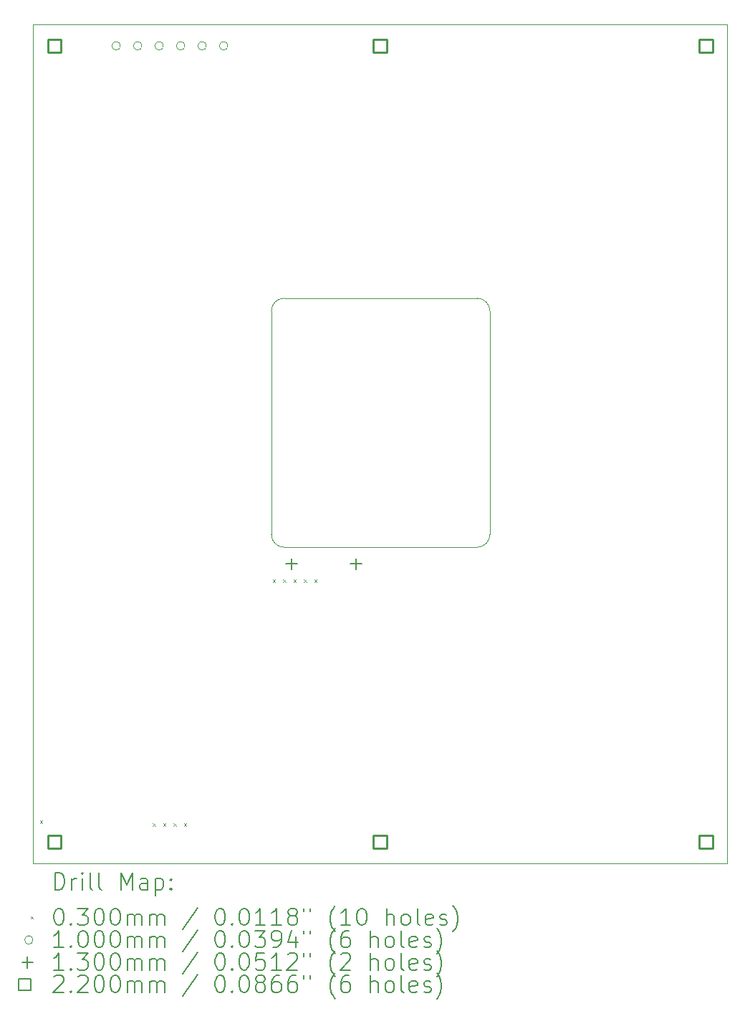
<source format=gbr>
%FSLAX45Y45*%
G04 Gerber Fmt 4.5, Leading zero omitted, Abs format (unit mm)*
G04 Created by KiCad (PCBNEW (6.0.5)) date 2022-08-19 15:48:44*
%MOMM*%
%LPD*%
G01*
G04 APERTURE LIST*
%TA.AperFunction,Profile*%
%ADD10C,0.050000*%
%TD*%
%TA.AperFunction,Profile*%
%ADD11C,0.100000*%
%TD*%
%ADD12C,0.200000*%
%ADD13C,0.030000*%
%ADD14C,0.100000*%
%ADD15C,0.130000*%
%ADD16C,0.220000*%
G04 APERTURE END LIST*
D10*
X19144200Y-4742200D02*
X10944200Y-4742200D01*
X19144200Y-14642200D02*
X19144200Y-4742200D01*
D11*
X16192400Y-10911400D02*
G75*
G03*
X16342400Y-10761400I0J150000D01*
G01*
X16192400Y-10911400D02*
X13908400Y-10911400D01*
X13908400Y-7972400D02*
G75*
G03*
X13758400Y-8122400I0J-150000D01*
G01*
X13908400Y-7972400D02*
X16192400Y-7972400D01*
X13758400Y-10761400D02*
X13758400Y-8122400D01*
D10*
X10944200Y-14642200D02*
X10944200Y-4742200D01*
D11*
X13758400Y-10761400D02*
G75*
G03*
X13908400Y-10911400I150000J0D01*
G01*
X16342400Y-8122400D02*
G75*
G03*
X16192400Y-7972400I-150000J0D01*
G01*
X16342400Y-8122400D02*
X16342400Y-10761400D01*
D10*
X10944200Y-14642200D02*
X19144200Y-14642200D01*
D12*
D13*
X11024400Y-14136400D02*
X11054400Y-14166400D01*
X11054400Y-14136400D02*
X11024400Y-14166400D01*
X12358600Y-14170600D02*
X12388600Y-14200600D01*
X12388600Y-14170600D02*
X12358600Y-14200600D01*
X12481000Y-14170600D02*
X12511000Y-14200600D01*
X12511000Y-14170600D02*
X12481000Y-14200600D01*
X12603400Y-14170600D02*
X12633400Y-14200600D01*
X12633400Y-14170600D02*
X12603400Y-14200600D01*
X12725800Y-14170600D02*
X12755800Y-14200600D01*
X12755800Y-14170600D02*
X12725800Y-14200600D01*
X13776000Y-11294200D02*
X13806000Y-11324200D01*
X13806000Y-11294200D02*
X13776000Y-11324200D01*
X13898400Y-11294200D02*
X13928400Y-11324200D01*
X13928400Y-11294200D02*
X13898400Y-11324200D01*
X14020800Y-11294200D02*
X14050800Y-11324200D01*
X14050800Y-11294200D02*
X14020800Y-11324200D01*
X14143200Y-11294200D02*
X14173200Y-11324200D01*
X14173200Y-11294200D02*
X14143200Y-11324200D01*
X14265600Y-11294200D02*
X14295600Y-11324200D01*
X14295600Y-11294200D02*
X14265600Y-11324200D01*
D14*
X11974200Y-4992200D02*
G75*
G03*
X11974200Y-4992200I-50000J0D01*
G01*
X12228200Y-4992200D02*
G75*
G03*
X12228200Y-4992200I-50000J0D01*
G01*
X12482200Y-4992200D02*
G75*
G03*
X12482200Y-4992200I-50000J0D01*
G01*
X12736200Y-4992200D02*
G75*
G03*
X12736200Y-4992200I-50000J0D01*
G01*
X12990200Y-4992200D02*
G75*
G03*
X12990200Y-4992200I-50000J0D01*
G01*
X13244200Y-4992200D02*
G75*
G03*
X13244200Y-4992200I-50000J0D01*
G01*
D15*
X13998600Y-11044200D02*
X13998600Y-11174200D01*
X13933600Y-11109200D02*
X14063600Y-11109200D01*
X14760600Y-11044200D02*
X14760600Y-11174200D01*
X14695600Y-11109200D02*
X14825600Y-11109200D01*
D16*
X11271982Y-5069982D02*
X11271982Y-4914417D01*
X11116418Y-4914417D01*
X11116418Y-5069982D01*
X11271982Y-5069982D01*
X11271982Y-14469982D02*
X11271982Y-14314417D01*
X11116418Y-14314417D01*
X11116418Y-14469982D01*
X11271982Y-14469982D01*
X15121982Y-5069982D02*
X15121982Y-4914417D01*
X14966417Y-4914417D01*
X14966417Y-5069982D01*
X15121982Y-5069982D01*
X15121982Y-14469982D02*
X15121982Y-14314417D01*
X14966417Y-14314417D01*
X14966417Y-14469982D01*
X15121982Y-14469982D01*
X18971983Y-5069982D02*
X18971983Y-4914417D01*
X18816418Y-4914417D01*
X18816418Y-5069982D01*
X18971983Y-5069982D01*
X18971983Y-14469982D02*
X18971983Y-14314417D01*
X18816418Y-14314417D01*
X18816418Y-14469982D01*
X18971983Y-14469982D01*
D12*
X11199319Y-14955176D02*
X11199319Y-14755176D01*
X11246938Y-14755176D01*
X11275509Y-14764700D01*
X11294557Y-14783747D01*
X11304081Y-14802795D01*
X11313605Y-14840890D01*
X11313605Y-14869462D01*
X11304081Y-14907557D01*
X11294557Y-14926605D01*
X11275509Y-14945652D01*
X11246938Y-14955176D01*
X11199319Y-14955176D01*
X11399319Y-14955176D02*
X11399319Y-14821843D01*
X11399319Y-14859938D02*
X11408843Y-14840890D01*
X11418367Y-14831366D01*
X11437414Y-14821843D01*
X11456462Y-14821843D01*
X11523128Y-14955176D02*
X11523128Y-14821843D01*
X11523128Y-14755176D02*
X11513605Y-14764700D01*
X11523128Y-14774224D01*
X11532652Y-14764700D01*
X11523128Y-14755176D01*
X11523128Y-14774224D01*
X11646938Y-14955176D02*
X11627890Y-14945652D01*
X11618367Y-14926605D01*
X11618367Y-14755176D01*
X11751700Y-14955176D02*
X11732652Y-14945652D01*
X11723128Y-14926605D01*
X11723128Y-14755176D01*
X11980271Y-14955176D02*
X11980271Y-14755176D01*
X12046938Y-14898033D01*
X12113605Y-14755176D01*
X12113605Y-14955176D01*
X12294557Y-14955176D02*
X12294557Y-14850414D01*
X12285033Y-14831366D01*
X12265986Y-14821843D01*
X12227890Y-14821843D01*
X12208843Y-14831366D01*
X12294557Y-14945652D02*
X12275509Y-14955176D01*
X12227890Y-14955176D01*
X12208843Y-14945652D01*
X12199319Y-14926605D01*
X12199319Y-14907557D01*
X12208843Y-14888509D01*
X12227890Y-14878986D01*
X12275509Y-14878986D01*
X12294557Y-14869462D01*
X12389795Y-14821843D02*
X12389795Y-15021843D01*
X12389795Y-14831366D02*
X12408843Y-14821843D01*
X12446938Y-14821843D01*
X12465986Y-14831366D01*
X12475509Y-14840890D01*
X12485033Y-14859938D01*
X12485033Y-14917081D01*
X12475509Y-14936128D01*
X12465986Y-14945652D01*
X12446938Y-14955176D01*
X12408843Y-14955176D01*
X12389795Y-14945652D01*
X12570748Y-14936128D02*
X12580271Y-14945652D01*
X12570748Y-14955176D01*
X12561224Y-14945652D01*
X12570748Y-14936128D01*
X12570748Y-14955176D01*
X12570748Y-14831366D02*
X12580271Y-14840890D01*
X12570748Y-14850414D01*
X12561224Y-14840890D01*
X12570748Y-14831366D01*
X12570748Y-14850414D01*
D13*
X10911700Y-15269700D02*
X10941700Y-15299700D01*
X10941700Y-15269700D02*
X10911700Y-15299700D01*
D12*
X11237414Y-15175176D02*
X11256462Y-15175176D01*
X11275509Y-15184700D01*
X11285033Y-15194224D01*
X11294557Y-15213271D01*
X11304081Y-15251366D01*
X11304081Y-15298986D01*
X11294557Y-15337081D01*
X11285033Y-15356128D01*
X11275509Y-15365652D01*
X11256462Y-15375176D01*
X11237414Y-15375176D01*
X11218367Y-15365652D01*
X11208843Y-15356128D01*
X11199319Y-15337081D01*
X11189795Y-15298986D01*
X11189795Y-15251366D01*
X11199319Y-15213271D01*
X11208843Y-15194224D01*
X11218367Y-15184700D01*
X11237414Y-15175176D01*
X11389795Y-15356128D02*
X11399319Y-15365652D01*
X11389795Y-15375176D01*
X11380271Y-15365652D01*
X11389795Y-15356128D01*
X11389795Y-15375176D01*
X11465986Y-15175176D02*
X11589795Y-15175176D01*
X11523128Y-15251366D01*
X11551700Y-15251366D01*
X11570748Y-15260890D01*
X11580271Y-15270414D01*
X11589795Y-15289462D01*
X11589795Y-15337081D01*
X11580271Y-15356128D01*
X11570748Y-15365652D01*
X11551700Y-15375176D01*
X11494557Y-15375176D01*
X11475509Y-15365652D01*
X11465986Y-15356128D01*
X11713605Y-15175176D02*
X11732652Y-15175176D01*
X11751700Y-15184700D01*
X11761224Y-15194224D01*
X11770748Y-15213271D01*
X11780271Y-15251366D01*
X11780271Y-15298986D01*
X11770748Y-15337081D01*
X11761224Y-15356128D01*
X11751700Y-15365652D01*
X11732652Y-15375176D01*
X11713605Y-15375176D01*
X11694557Y-15365652D01*
X11685033Y-15356128D01*
X11675509Y-15337081D01*
X11665986Y-15298986D01*
X11665986Y-15251366D01*
X11675509Y-15213271D01*
X11685033Y-15194224D01*
X11694557Y-15184700D01*
X11713605Y-15175176D01*
X11904081Y-15175176D02*
X11923128Y-15175176D01*
X11942176Y-15184700D01*
X11951700Y-15194224D01*
X11961224Y-15213271D01*
X11970748Y-15251366D01*
X11970748Y-15298986D01*
X11961224Y-15337081D01*
X11951700Y-15356128D01*
X11942176Y-15365652D01*
X11923128Y-15375176D01*
X11904081Y-15375176D01*
X11885033Y-15365652D01*
X11875509Y-15356128D01*
X11865986Y-15337081D01*
X11856462Y-15298986D01*
X11856462Y-15251366D01*
X11865986Y-15213271D01*
X11875509Y-15194224D01*
X11885033Y-15184700D01*
X11904081Y-15175176D01*
X12056462Y-15375176D02*
X12056462Y-15241843D01*
X12056462Y-15260890D02*
X12065986Y-15251366D01*
X12085033Y-15241843D01*
X12113605Y-15241843D01*
X12132652Y-15251366D01*
X12142176Y-15270414D01*
X12142176Y-15375176D01*
X12142176Y-15270414D02*
X12151700Y-15251366D01*
X12170748Y-15241843D01*
X12199319Y-15241843D01*
X12218367Y-15251366D01*
X12227890Y-15270414D01*
X12227890Y-15375176D01*
X12323128Y-15375176D02*
X12323128Y-15241843D01*
X12323128Y-15260890D02*
X12332652Y-15251366D01*
X12351700Y-15241843D01*
X12380271Y-15241843D01*
X12399319Y-15251366D01*
X12408843Y-15270414D01*
X12408843Y-15375176D01*
X12408843Y-15270414D02*
X12418367Y-15251366D01*
X12437414Y-15241843D01*
X12465986Y-15241843D01*
X12485033Y-15251366D01*
X12494557Y-15270414D01*
X12494557Y-15375176D01*
X12885033Y-15165652D02*
X12713605Y-15422795D01*
X13142176Y-15175176D02*
X13161224Y-15175176D01*
X13180271Y-15184700D01*
X13189795Y-15194224D01*
X13199319Y-15213271D01*
X13208843Y-15251366D01*
X13208843Y-15298986D01*
X13199319Y-15337081D01*
X13189795Y-15356128D01*
X13180271Y-15365652D01*
X13161224Y-15375176D01*
X13142176Y-15375176D01*
X13123128Y-15365652D01*
X13113605Y-15356128D01*
X13104081Y-15337081D01*
X13094557Y-15298986D01*
X13094557Y-15251366D01*
X13104081Y-15213271D01*
X13113605Y-15194224D01*
X13123128Y-15184700D01*
X13142176Y-15175176D01*
X13294557Y-15356128D02*
X13304081Y-15365652D01*
X13294557Y-15375176D01*
X13285033Y-15365652D01*
X13294557Y-15356128D01*
X13294557Y-15375176D01*
X13427890Y-15175176D02*
X13446938Y-15175176D01*
X13465986Y-15184700D01*
X13475509Y-15194224D01*
X13485033Y-15213271D01*
X13494557Y-15251366D01*
X13494557Y-15298986D01*
X13485033Y-15337081D01*
X13475509Y-15356128D01*
X13465986Y-15365652D01*
X13446938Y-15375176D01*
X13427890Y-15375176D01*
X13408843Y-15365652D01*
X13399319Y-15356128D01*
X13389795Y-15337081D01*
X13380271Y-15298986D01*
X13380271Y-15251366D01*
X13389795Y-15213271D01*
X13399319Y-15194224D01*
X13408843Y-15184700D01*
X13427890Y-15175176D01*
X13685033Y-15375176D02*
X13570748Y-15375176D01*
X13627890Y-15375176D02*
X13627890Y-15175176D01*
X13608843Y-15203747D01*
X13589795Y-15222795D01*
X13570748Y-15232319D01*
X13875509Y-15375176D02*
X13761224Y-15375176D01*
X13818367Y-15375176D02*
X13818367Y-15175176D01*
X13799319Y-15203747D01*
X13780271Y-15222795D01*
X13761224Y-15232319D01*
X13989795Y-15260890D02*
X13970748Y-15251366D01*
X13961224Y-15241843D01*
X13951700Y-15222795D01*
X13951700Y-15213271D01*
X13961224Y-15194224D01*
X13970748Y-15184700D01*
X13989795Y-15175176D01*
X14027890Y-15175176D01*
X14046938Y-15184700D01*
X14056462Y-15194224D01*
X14065986Y-15213271D01*
X14065986Y-15222795D01*
X14056462Y-15241843D01*
X14046938Y-15251366D01*
X14027890Y-15260890D01*
X13989795Y-15260890D01*
X13970748Y-15270414D01*
X13961224Y-15279938D01*
X13951700Y-15298986D01*
X13951700Y-15337081D01*
X13961224Y-15356128D01*
X13970748Y-15365652D01*
X13989795Y-15375176D01*
X14027890Y-15375176D01*
X14046938Y-15365652D01*
X14056462Y-15356128D01*
X14065986Y-15337081D01*
X14065986Y-15298986D01*
X14056462Y-15279938D01*
X14046938Y-15270414D01*
X14027890Y-15260890D01*
X14142176Y-15175176D02*
X14142176Y-15213271D01*
X14218367Y-15175176D02*
X14218367Y-15213271D01*
X14513605Y-15451366D02*
X14504081Y-15441843D01*
X14485033Y-15413271D01*
X14475509Y-15394224D01*
X14465986Y-15365652D01*
X14456462Y-15318033D01*
X14456462Y-15279938D01*
X14465986Y-15232319D01*
X14475509Y-15203747D01*
X14485033Y-15184700D01*
X14504081Y-15156128D01*
X14513605Y-15146605D01*
X14694557Y-15375176D02*
X14580271Y-15375176D01*
X14637414Y-15375176D02*
X14637414Y-15175176D01*
X14618367Y-15203747D01*
X14599319Y-15222795D01*
X14580271Y-15232319D01*
X14818367Y-15175176D02*
X14837414Y-15175176D01*
X14856462Y-15184700D01*
X14865986Y-15194224D01*
X14875509Y-15213271D01*
X14885033Y-15251366D01*
X14885033Y-15298986D01*
X14875509Y-15337081D01*
X14865986Y-15356128D01*
X14856462Y-15365652D01*
X14837414Y-15375176D01*
X14818367Y-15375176D01*
X14799319Y-15365652D01*
X14789795Y-15356128D01*
X14780271Y-15337081D01*
X14770748Y-15298986D01*
X14770748Y-15251366D01*
X14780271Y-15213271D01*
X14789795Y-15194224D01*
X14799319Y-15184700D01*
X14818367Y-15175176D01*
X15123128Y-15375176D02*
X15123128Y-15175176D01*
X15208843Y-15375176D02*
X15208843Y-15270414D01*
X15199319Y-15251366D01*
X15180271Y-15241843D01*
X15151700Y-15241843D01*
X15132652Y-15251366D01*
X15123128Y-15260890D01*
X15332652Y-15375176D02*
X15313605Y-15365652D01*
X15304081Y-15356128D01*
X15294557Y-15337081D01*
X15294557Y-15279938D01*
X15304081Y-15260890D01*
X15313605Y-15251366D01*
X15332652Y-15241843D01*
X15361224Y-15241843D01*
X15380271Y-15251366D01*
X15389795Y-15260890D01*
X15399319Y-15279938D01*
X15399319Y-15337081D01*
X15389795Y-15356128D01*
X15380271Y-15365652D01*
X15361224Y-15375176D01*
X15332652Y-15375176D01*
X15513605Y-15375176D02*
X15494557Y-15365652D01*
X15485033Y-15346605D01*
X15485033Y-15175176D01*
X15665986Y-15365652D02*
X15646938Y-15375176D01*
X15608843Y-15375176D01*
X15589795Y-15365652D01*
X15580271Y-15346605D01*
X15580271Y-15270414D01*
X15589795Y-15251366D01*
X15608843Y-15241843D01*
X15646938Y-15241843D01*
X15665986Y-15251366D01*
X15675509Y-15270414D01*
X15675509Y-15289462D01*
X15580271Y-15308509D01*
X15751700Y-15365652D02*
X15770748Y-15375176D01*
X15808843Y-15375176D01*
X15827890Y-15365652D01*
X15837414Y-15346605D01*
X15837414Y-15337081D01*
X15827890Y-15318033D01*
X15808843Y-15308509D01*
X15780271Y-15308509D01*
X15761224Y-15298986D01*
X15751700Y-15279938D01*
X15751700Y-15270414D01*
X15761224Y-15251366D01*
X15780271Y-15241843D01*
X15808843Y-15241843D01*
X15827890Y-15251366D01*
X15904081Y-15451366D02*
X15913605Y-15441843D01*
X15932652Y-15413271D01*
X15942176Y-15394224D01*
X15951700Y-15365652D01*
X15961224Y-15318033D01*
X15961224Y-15279938D01*
X15951700Y-15232319D01*
X15942176Y-15203747D01*
X15932652Y-15184700D01*
X15913605Y-15156128D01*
X15904081Y-15146605D01*
D14*
X10941700Y-15548700D02*
G75*
G03*
X10941700Y-15548700I-50000J0D01*
G01*
D12*
X11304081Y-15639176D02*
X11189795Y-15639176D01*
X11246938Y-15639176D02*
X11246938Y-15439176D01*
X11227890Y-15467747D01*
X11208843Y-15486795D01*
X11189795Y-15496319D01*
X11389795Y-15620128D02*
X11399319Y-15629652D01*
X11389795Y-15639176D01*
X11380271Y-15629652D01*
X11389795Y-15620128D01*
X11389795Y-15639176D01*
X11523128Y-15439176D02*
X11542176Y-15439176D01*
X11561224Y-15448700D01*
X11570748Y-15458224D01*
X11580271Y-15477271D01*
X11589795Y-15515366D01*
X11589795Y-15562986D01*
X11580271Y-15601081D01*
X11570748Y-15620128D01*
X11561224Y-15629652D01*
X11542176Y-15639176D01*
X11523128Y-15639176D01*
X11504081Y-15629652D01*
X11494557Y-15620128D01*
X11485033Y-15601081D01*
X11475509Y-15562986D01*
X11475509Y-15515366D01*
X11485033Y-15477271D01*
X11494557Y-15458224D01*
X11504081Y-15448700D01*
X11523128Y-15439176D01*
X11713605Y-15439176D02*
X11732652Y-15439176D01*
X11751700Y-15448700D01*
X11761224Y-15458224D01*
X11770748Y-15477271D01*
X11780271Y-15515366D01*
X11780271Y-15562986D01*
X11770748Y-15601081D01*
X11761224Y-15620128D01*
X11751700Y-15629652D01*
X11732652Y-15639176D01*
X11713605Y-15639176D01*
X11694557Y-15629652D01*
X11685033Y-15620128D01*
X11675509Y-15601081D01*
X11665986Y-15562986D01*
X11665986Y-15515366D01*
X11675509Y-15477271D01*
X11685033Y-15458224D01*
X11694557Y-15448700D01*
X11713605Y-15439176D01*
X11904081Y-15439176D02*
X11923128Y-15439176D01*
X11942176Y-15448700D01*
X11951700Y-15458224D01*
X11961224Y-15477271D01*
X11970748Y-15515366D01*
X11970748Y-15562986D01*
X11961224Y-15601081D01*
X11951700Y-15620128D01*
X11942176Y-15629652D01*
X11923128Y-15639176D01*
X11904081Y-15639176D01*
X11885033Y-15629652D01*
X11875509Y-15620128D01*
X11865986Y-15601081D01*
X11856462Y-15562986D01*
X11856462Y-15515366D01*
X11865986Y-15477271D01*
X11875509Y-15458224D01*
X11885033Y-15448700D01*
X11904081Y-15439176D01*
X12056462Y-15639176D02*
X12056462Y-15505843D01*
X12056462Y-15524890D02*
X12065986Y-15515366D01*
X12085033Y-15505843D01*
X12113605Y-15505843D01*
X12132652Y-15515366D01*
X12142176Y-15534414D01*
X12142176Y-15639176D01*
X12142176Y-15534414D02*
X12151700Y-15515366D01*
X12170748Y-15505843D01*
X12199319Y-15505843D01*
X12218367Y-15515366D01*
X12227890Y-15534414D01*
X12227890Y-15639176D01*
X12323128Y-15639176D02*
X12323128Y-15505843D01*
X12323128Y-15524890D02*
X12332652Y-15515366D01*
X12351700Y-15505843D01*
X12380271Y-15505843D01*
X12399319Y-15515366D01*
X12408843Y-15534414D01*
X12408843Y-15639176D01*
X12408843Y-15534414D02*
X12418367Y-15515366D01*
X12437414Y-15505843D01*
X12465986Y-15505843D01*
X12485033Y-15515366D01*
X12494557Y-15534414D01*
X12494557Y-15639176D01*
X12885033Y-15429652D02*
X12713605Y-15686795D01*
X13142176Y-15439176D02*
X13161224Y-15439176D01*
X13180271Y-15448700D01*
X13189795Y-15458224D01*
X13199319Y-15477271D01*
X13208843Y-15515366D01*
X13208843Y-15562986D01*
X13199319Y-15601081D01*
X13189795Y-15620128D01*
X13180271Y-15629652D01*
X13161224Y-15639176D01*
X13142176Y-15639176D01*
X13123128Y-15629652D01*
X13113605Y-15620128D01*
X13104081Y-15601081D01*
X13094557Y-15562986D01*
X13094557Y-15515366D01*
X13104081Y-15477271D01*
X13113605Y-15458224D01*
X13123128Y-15448700D01*
X13142176Y-15439176D01*
X13294557Y-15620128D02*
X13304081Y-15629652D01*
X13294557Y-15639176D01*
X13285033Y-15629652D01*
X13294557Y-15620128D01*
X13294557Y-15639176D01*
X13427890Y-15439176D02*
X13446938Y-15439176D01*
X13465986Y-15448700D01*
X13475509Y-15458224D01*
X13485033Y-15477271D01*
X13494557Y-15515366D01*
X13494557Y-15562986D01*
X13485033Y-15601081D01*
X13475509Y-15620128D01*
X13465986Y-15629652D01*
X13446938Y-15639176D01*
X13427890Y-15639176D01*
X13408843Y-15629652D01*
X13399319Y-15620128D01*
X13389795Y-15601081D01*
X13380271Y-15562986D01*
X13380271Y-15515366D01*
X13389795Y-15477271D01*
X13399319Y-15458224D01*
X13408843Y-15448700D01*
X13427890Y-15439176D01*
X13561224Y-15439176D02*
X13685033Y-15439176D01*
X13618367Y-15515366D01*
X13646938Y-15515366D01*
X13665986Y-15524890D01*
X13675509Y-15534414D01*
X13685033Y-15553462D01*
X13685033Y-15601081D01*
X13675509Y-15620128D01*
X13665986Y-15629652D01*
X13646938Y-15639176D01*
X13589795Y-15639176D01*
X13570748Y-15629652D01*
X13561224Y-15620128D01*
X13780271Y-15639176D02*
X13818367Y-15639176D01*
X13837414Y-15629652D01*
X13846938Y-15620128D01*
X13865986Y-15591557D01*
X13875509Y-15553462D01*
X13875509Y-15477271D01*
X13865986Y-15458224D01*
X13856462Y-15448700D01*
X13837414Y-15439176D01*
X13799319Y-15439176D01*
X13780271Y-15448700D01*
X13770748Y-15458224D01*
X13761224Y-15477271D01*
X13761224Y-15524890D01*
X13770748Y-15543938D01*
X13780271Y-15553462D01*
X13799319Y-15562986D01*
X13837414Y-15562986D01*
X13856462Y-15553462D01*
X13865986Y-15543938D01*
X13875509Y-15524890D01*
X14046938Y-15505843D02*
X14046938Y-15639176D01*
X13999319Y-15429652D02*
X13951700Y-15572509D01*
X14075509Y-15572509D01*
X14142176Y-15439176D02*
X14142176Y-15477271D01*
X14218367Y-15439176D02*
X14218367Y-15477271D01*
X14513605Y-15715366D02*
X14504081Y-15705843D01*
X14485033Y-15677271D01*
X14475509Y-15658224D01*
X14465986Y-15629652D01*
X14456462Y-15582033D01*
X14456462Y-15543938D01*
X14465986Y-15496319D01*
X14475509Y-15467747D01*
X14485033Y-15448700D01*
X14504081Y-15420128D01*
X14513605Y-15410605D01*
X14675509Y-15439176D02*
X14637414Y-15439176D01*
X14618367Y-15448700D01*
X14608843Y-15458224D01*
X14589795Y-15486795D01*
X14580271Y-15524890D01*
X14580271Y-15601081D01*
X14589795Y-15620128D01*
X14599319Y-15629652D01*
X14618367Y-15639176D01*
X14656462Y-15639176D01*
X14675509Y-15629652D01*
X14685033Y-15620128D01*
X14694557Y-15601081D01*
X14694557Y-15553462D01*
X14685033Y-15534414D01*
X14675509Y-15524890D01*
X14656462Y-15515366D01*
X14618367Y-15515366D01*
X14599319Y-15524890D01*
X14589795Y-15534414D01*
X14580271Y-15553462D01*
X14932652Y-15639176D02*
X14932652Y-15439176D01*
X15018367Y-15639176D02*
X15018367Y-15534414D01*
X15008843Y-15515366D01*
X14989795Y-15505843D01*
X14961224Y-15505843D01*
X14942176Y-15515366D01*
X14932652Y-15524890D01*
X15142176Y-15639176D02*
X15123128Y-15629652D01*
X15113605Y-15620128D01*
X15104081Y-15601081D01*
X15104081Y-15543938D01*
X15113605Y-15524890D01*
X15123128Y-15515366D01*
X15142176Y-15505843D01*
X15170748Y-15505843D01*
X15189795Y-15515366D01*
X15199319Y-15524890D01*
X15208843Y-15543938D01*
X15208843Y-15601081D01*
X15199319Y-15620128D01*
X15189795Y-15629652D01*
X15170748Y-15639176D01*
X15142176Y-15639176D01*
X15323128Y-15639176D02*
X15304081Y-15629652D01*
X15294557Y-15610605D01*
X15294557Y-15439176D01*
X15475509Y-15629652D02*
X15456462Y-15639176D01*
X15418367Y-15639176D01*
X15399319Y-15629652D01*
X15389795Y-15610605D01*
X15389795Y-15534414D01*
X15399319Y-15515366D01*
X15418367Y-15505843D01*
X15456462Y-15505843D01*
X15475509Y-15515366D01*
X15485033Y-15534414D01*
X15485033Y-15553462D01*
X15389795Y-15572509D01*
X15561224Y-15629652D02*
X15580271Y-15639176D01*
X15618367Y-15639176D01*
X15637414Y-15629652D01*
X15646938Y-15610605D01*
X15646938Y-15601081D01*
X15637414Y-15582033D01*
X15618367Y-15572509D01*
X15589795Y-15572509D01*
X15570748Y-15562986D01*
X15561224Y-15543938D01*
X15561224Y-15534414D01*
X15570748Y-15515366D01*
X15589795Y-15505843D01*
X15618367Y-15505843D01*
X15637414Y-15515366D01*
X15713605Y-15715366D02*
X15723128Y-15705843D01*
X15742176Y-15677271D01*
X15751700Y-15658224D01*
X15761224Y-15629652D01*
X15770748Y-15582033D01*
X15770748Y-15543938D01*
X15761224Y-15496319D01*
X15751700Y-15467747D01*
X15742176Y-15448700D01*
X15723128Y-15420128D01*
X15713605Y-15410605D01*
D15*
X10876700Y-15747700D02*
X10876700Y-15877700D01*
X10811700Y-15812700D02*
X10941700Y-15812700D01*
D12*
X11304081Y-15903176D02*
X11189795Y-15903176D01*
X11246938Y-15903176D02*
X11246938Y-15703176D01*
X11227890Y-15731747D01*
X11208843Y-15750795D01*
X11189795Y-15760319D01*
X11389795Y-15884128D02*
X11399319Y-15893652D01*
X11389795Y-15903176D01*
X11380271Y-15893652D01*
X11389795Y-15884128D01*
X11389795Y-15903176D01*
X11465986Y-15703176D02*
X11589795Y-15703176D01*
X11523128Y-15779366D01*
X11551700Y-15779366D01*
X11570748Y-15788890D01*
X11580271Y-15798414D01*
X11589795Y-15817462D01*
X11589795Y-15865081D01*
X11580271Y-15884128D01*
X11570748Y-15893652D01*
X11551700Y-15903176D01*
X11494557Y-15903176D01*
X11475509Y-15893652D01*
X11465986Y-15884128D01*
X11713605Y-15703176D02*
X11732652Y-15703176D01*
X11751700Y-15712700D01*
X11761224Y-15722224D01*
X11770748Y-15741271D01*
X11780271Y-15779366D01*
X11780271Y-15826986D01*
X11770748Y-15865081D01*
X11761224Y-15884128D01*
X11751700Y-15893652D01*
X11732652Y-15903176D01*
X11713605Y-15903176D01*
X11694557Y-15893652D01*
X11685033Y-15884128D01*
X11675509Y-15865081D01*
X11665986Y-15826986D01*
X11665986Y-15779366D01*
X11675509Y-15741271D01*
X11685033Y-15722224D01*
X11694557Y-15712700D01*
X11713605Y-15703176D01*
X11904081Y-15703176D02*
X11923128Y-15703176D01*
X11942176Y-15712700D01*
X11951700Y-15722224D01*
X11961224Y-15741271D01*
X11970748Y-15779366D01*
X11970748Y-15826986D01*
X11961224Y-15865081D01*
X11951700Y-15884128D01*
X11942176Y-15893652D01*
X11923128Y-15903176D01*
X11904081Y-15903176D01*
X11885033Y-15893652D01*
X11875509Y-15884128D01*
X11865986Y-15865081D01*
X11856462Y-15826986D01*
X11856462Y-15779366D01*
X11865986Y-15741271D01*
X11875509Y-15722224D01*
X11885033Y-15712700D01*
X11904081Y-15703176D01*
X12056462Y-15903176D02*
X12056462Y-15769843D01*
X12056462Y-15788890D02*
X12065986Y-15779366D01*
X12085033Y-15769843D01*
X12113605Y-15769843D01*
X12132652Y-15779366D01*
X12142176Y-15798414D01*
X12142176Y-15903176D01*
X12142176Y-15798414D02*
X12151700Y-15779366D01*
X12170748Y-15769843D01*
X12199319Y-15769843D01*
X12218367Y-15779366D01*
X12227890Y-15798414D01*
X12227890Y-15903176D01*
X12323128Y-15903176D02*
X12323128Y-15769843D01*
X12323128Y-15788890D02*
X12332652Y-15779366D01*
X12351700Y-15769843D01*
X12380271Y-15769843D01*
X12399319Y-15779366D01*
X12408843Y-15798414D01*
X12408843Y-15903176D01*
X12408843Y-15798414D02*
X12418367Y-15779366D01*
X12437414Y-15769843D01*
X12465986Y-15769843D01*
X12485033Y-15779366D01*
X12494557Y-15798414D01*
X12494557Y-15903176D01*
X12885033Y-15693652D02*
X12713605Y-15950795D01*
X13142176Y-15703176D02*
X13161224Y-15703176D01*
X13180271Y-15712700D01*
X13189795Y-15722224D01*
X13199319Y-15741271D01*
X13208843Y-15779366D01*
X13208843Y-15826986D01*
X13199319Y-15865081D01*
X13189795Y-15884128D01*
X13180271Y-15893652D01*
X13161224Y-15903176D01*
X13142176Y-15903176D01*
X13123128Y-15893652D01*
X13113605Y-15884128D01*
X13104081Y-15865081D01*
X13094557Y-15826986D01*
X13094557Y-15779366D01*
X13104081Y-15741271D01*
X13113605Y-15722224D01*
X13123128Y-15712700D01*
X13142176Y-15703176D01*
X13294557Y-15884128D02*
X13304081Y-15893652D01*
X13294557Y-15903176D01*
X13285033Y-15893652D01*
X13294557Y-15884128D01*
X13294557Y-15903176D01*
X13427890Y-15703176D02*
X13446938Y-15703176D01*
X13465986Y-15712700D01*
X13475509Y-15722224D01*
X13485033Y-15741271D01*
X13494557Y-15779366D01*
X13494557Y-15826986D01*
X13485033Y-15865081D01*
X13475509Y-15884128D01*
X13465986Y-15893652D01*
X13446938Y-15903176D01*
X13427890Y-15903176D01*
X13408843Y-15893652D01*
X13399319Y-15884128D01*
X13389795Y-15865081D01*
X13380271Y-15826986D01*
X13380271Y-15779366D01*
X13389795Y-15741271D01*
X13399319Y-15722224D01*
X13408843Y-15712700D01*
X13427890Y-15703176D01*
X13675509Y-15703176D02*
X13580271Y-15703176D01*
X13570748Y-15798414D01*
X13580271Y-15788890D01*
X13599319Y-15779366D01*
X13646938Y-15779366D01*
X13665986Y-15788890D01*
X13675509Y-15798414D01*
X13685033Y-15817462D01*
X13685033Y-15865081D01*
X13675509Y-15884128D01*
X13665986Y-15893652D01*
X13646938Y-15903176D01*
X13599319Y-15903176D01*
X13580271Y-15893652D01*
X13570748Y-15884128D01*
X13875509Y-15903176D02*
X13761224Y-15903176D01*
X13818367Y-15903176D02*
X13818367Y-15703176D01*
X13799319Y-15731747D01*
X13780271Y-15750795D01*
X13761224Y-15760319D01*
X13951700Y-15722224D02*
X13961224Y-15712700D01*
X13980271Y-15703176D01*
X14027890Y-15703176D01*
X14046938Y-15712700D01*
X14056462Y-15722224D01*
X14065986Y-15741271D01*
X14065986Y-15760319D01*
X14056462Y-15788890D01*
X13942176Y-15903176D01*
X14065986Y-15903176D01*
X14142176Y-15703176D02*
X14142176Y-15741271D01*
X14218367Y-15703176D02*
X14218367Y-15741271D01*
X14513605Y-15979366D02*
X14504081Y-15969843D01*
X14485033Y-15941271D01*
X14475509Y-15922224D01*
X14465986Y-15893652D01*
X14456462Y-15846033D01*
X14456462Y-15807938D01*
X14465986Y-15760319D01*
X14475509Y-15731747D01*
X14485033Y-15712700D01*
X14504081Y-15684128D01*
X14513605Y-15674605D01*
X14580271Y-15722224D02*
X14589795Y-15712700D01*
X14608843Y-15703176D01*
X14656462Y-15703176D01*
X14675509Y-15712700D01*
X14685033Y-15722224D01*
X14694557Y-15741271D01*
X14694557Y-15760319D01*
X14685033Y-15788890D01*
X14570748Y-15903176D01*
X14694557Y-15903176D01*
X14932652Y-15903176D02*
X14932652Y-15703176D01*
X15018367Y-15903176D02*
X15018367Y-15798414D01*
X15008843Y-15779366D01*
X14989795Y-15769843D01*
X14961224Y-15769843D01*
X14942176Y-15779366D01*
X14932652Y-15788890D01*
X15142176Y-15903176D02*
X15123128Y-15893652D01*
X15113605Y-15884128D01*
X15104081Y-15865081D01*
X15104081Y-15807938D01*
X15113605Y-15788890D01*
X15123128Y-15779366D01*
X15142176Y-15769843D01*
X15170748Y-15769843D01*
X15189795Y-15779366D01*
X15199319Y-15788890D01*
X15208843Y-15807938D01*
X15208843Y-15865081D01*
X15199319Y-15884128D01*
X15189795Y-15893652D01*
X15170748Y-15903176D01*
X15142176Y-15903176D01*
X15323128Y-15903176D02*
X15304081Y-15893652D01*
X15294557Y-15874605D01*
X15294557Y-15703176D01*
X15475509Y-15893652D02*
X15456462Y-15903176D01*
X15418367Y-15903176D01*
X15399319Y-15893652D01*
X15389795Y-15874605D01*
X15389795Y-15798414D01*
X15399319Y-15779366D01*
X15418367Y-15769843D01*
X15456462Y-15769843D01*
X15475509Y-15779366D01*
X15485033Y-15798414D01*
X15485033Y-15817462D01*
X15389795Y-15836509D01*
X15561224Y-15893652D02*
X15580271Y-15903176D01*
X15618367Y-15903176D01*
X15637414Y-15893652D01*
X15646938Y-15874605D01*
X15646938Y-15865081D01*
X15637414Y-15846033D01*
X15618367Y-15836509D01*
X15589795Y-15836509D01*
X15570748Y-15826986D01*
X15561224Y-15807938D01*
X15561224Y-15798414D01*
X15570748Y-15779366D01*
X15589795Y-15769843D01*
X15618367Y-15769843D01*
X15637414Y-15779366D01*
X15713605Y-15979366D02*
X15723128Y-15969843D01*
X15742176Y-15941271D01*
X15751700Y-15922224D01*
X15761224Y-15893652D01*
X15770748Y-15846033D01*
X15770748Y-15807938D01*
X15761224Y-15760319D01*
X15751700Y-15731747D01*
X15742176Y-15712700D01*
X15723128Y-15684128D01*
X15713605Y-15674605D01*
X10912411Y-16147411D02*
X10912411Y-16005988D01*
X10770989Y-16005988D01*
X10770989Y-16147411D01*
X10912411Y-16147411D01*
X11189795Y-15986224D02*
X11199319Y-15976700D01*
X11218367Y-15967176D01*
X11265986Y-15967176D01*
X11285033Y-15976700D01*
X11294557Y-15986224D01*
X11304081Y-16005271D01*
X11304081Y-16024319D01*
X11294557Y-16052890D01*
X11180271Y-16167176D01*
X11304081Y-16167176D01*
X11389795Y-16148128D02*
X11399319Y-16157652D01*
X11389795Y-16167176D01*
X11380271Y-16157652D01*
X11389795Y-16148128D01*
X11389795Y-16167176D01*
X11475509Y-15986224D02*
X11485033Y-15976700D01*
X11504081Y-15967176D01*
X11551700Y-15967176D01*
X11570748Y-15976700D01*
X11580271Y-15986224D01*
X11589795Y-16005271D01*
X11589795Y-16024319D01*
X11580271Y-16052890D01*
X11465986Y-16167176D01*
X11589795Y-16167176D01*
X11713605Y-15967176D02*
X11732652Y-15967176D01*
X11751700Y-15976700D01*
X11761224Y-15986224D01*
X11770748Y-16005271D01*
X11780271Y-16043366D01*
X11780271Y-16090986D01*
X11770748Y-16129081D01*
X11761224Y-16148128D01*
X11751700Y-16157652D01*
X11732652Y-16167176D01*
X11713605Y-16167176D01*
X11694557Y-16157652D01*
X11685033Y-16148128D01*
X11675509Y-16129081D01*
X11665986Y-16090986D01*
X11665986Y-16043366D01*
X11675509Y-16005271D01*
X11685033Y-15986224D01*
X11694557Y-15976700D01*
X11713605Y-15967176D01*
X11904081Y-15967176D02*
X11923128Y-15967176D01*
X11942176Y-15976700D01*
X11951700Y-15986224D01*
X11961224Y-16005271D01*
X11970748Y-16043366D01*
X11970748Y-16090986D01*
X11961224Y-16129081D01*
X11951700Y-16148128D01*
X11942176Y-16157652D01*
X11923128Y-16167176D01*
X11904081Y-16167176D01*
X11885033Y-16157652D01*
X11875509Y-16148128D01*
X11865986Y-16129081D01*
X11856462Y-16090986D01*
X11856462Y-16043366D01*
X11865986Y-16005271D01*
X11875509Y-15986224D01*
X11885033Y-15976700D01*
X11904081Y-15967176D01*
X12056462Y-16167176D02*
X12056462Y-16033843D01*
X12056462Y-16052890D02*
X12065986Y-16043366D01*
X12085033Y-16033843D01*
X12113605Y-16033843D01*
X12132652Y-16043366D01*
X12142176Y-16062414D01*
X12142176Y-16167176D01*
X12142176Y-16062414D02*
X12151700Y-16043366D01*
X12170748Y-16033843D01*
X12199319Y-16033843D01*
X12218367Y-16043366D01*
X12227890Y-16062414D01*
X12227890Y-16167176D01*
X12323128Y-16167176D02*
X12323128Y-16033843D01*
X12323128Y-16052890D02*
X12332652Y-16043366D01*
X12351700Y-16033843D01*
X12380271Y-16033843D01*
X12399319Y-16043366D01*
X12408843Y-16062414D01*
X12408843Y-16167176D01*
X12408843Y-16062414D02*
X12418367Y-16043366D01*
X12437414Y-16033843D01*
X12465986Y-16033843D01*
X12485033Y-16043366D01*
X12494557Y-16062414D01*
X12494557Y-16167176D01*
X12885033Y-15957652D02*
X12713605Y-16214795D01*
X13142176Y-15967176D02*
X13161224Y-15967176D01*
X13180271Y-15976700D01*
X13189795Y-15986224D01*
X13199319Y-16005271D01*
X13208843Y-16043366D01*
X13208843Y-16090986D01*
X13199319Y-16129081D01*
X13189795Y-16148128D01*
X13180271Y-16157652D01*
X13161224Y-16167176D01*
X13142176Y-16167176D01*
X13123128Y-16157652D01*
X13113605Y-16148128D01*
X13104081Y-16129081D01*
X13094557Y-16090986D01*
X13094557Y-16043366D01*
X13104081Y-16005271D01*
X13113605Y-15986224D01*
X13123128Y-15976700D01*
X13142176Y-15967176D01*
X13294557Y-16148128D02*
X13304081Y-16157652D01*
X13294557Y-16167176D01*
X13285033Y-16157652D01*
X13294557Y-16148128D01*
X13294557Y-16167176D01*
X13427890Y-15967176D02*
X13446938Y-15967176D01*
X13465986Y-15976700D01*
X13475509Y-15986224D01*
X13485033Y-16005271D01*
X13494557Y-16043366D01*
X13494557Y-16090986D01*
X13485033Y-16129081D01*
X13475509Y-16148128D01*
X13465986Y-16157652D01*
X13446938Y-16167176D01*
X13427890Y-16167176D01*
X13408843Y-16157652D01*
X13399319Y-16148128D01*
X13389795Y-16129081D01*
X13380271Y-16090986D01*
X13380271Y-16043366D01*
X13389795Y-16005271D01*
X13399319Y-15986224D01*
X13408843Y-15976700D01*
X13427890Y-15967176D01*
X13608843Y-16052890D02*
X13589795Y-16043366D01*
X13580271Y-16033843D01*
X13570748Y-16014795D01*
X13570748Y-16005271D01*
X13580271Y-15986224D01*
X13589795Y-15976700D01*
X13608843Y-15967176D01*
X13646938Y-15967176D01*
X13665986Y-15976700D01*
X13675509Y-15986224D01*
X13685033Y-16005271D01*
X13685033Y-16014795D01*
X13675509Y-16033843D01*
X13665986Y-16043366D01*
X13646938Y-16052890D01*
X13608843Y-16052890D01*
X13589795Y-16062414D01*
X13580271Y-16071938D01*
X13570748Y-16090986D01*
X13570748Y-16129081D01*
X13580271Y-16148128D01*
X13589795Y-16157652D01*
X13608843Y-16167176D01*
X13646938Y-16167176D01*
X13665986Y-16157652D01*
X13675509Y-16148128D01*
X13685033Y-16129081D01*
X13685033Y-16090986D01*
X13675509Y-16071938D01*
X13665986Y-16062414D01*
X13646938Y-16052890D01*
X13856462Y-15967176D02*
X13818367Y-15967176D01*
X13799319Y-15976700D01*
X13789795Y-15986224D01*
X13770748Y-16014795D01*
X13761224Y-16052890D01*
X13761224Y-16129081D01*
X13770748Y-16148128D01*
X13780271Y-16157652D01*
X13799319Y-16167176D01*
X13837414Y-16167176D01*
X13856462Y-16157652D01*
X13865986Y-16148128D01*
X13875509Y-16129081D01*
X13875509Y-16081462D01*
X13865986Y-16062414D01*
X13856462Y-16052890D01*
X13837414Y-16043366D01*
X13799319Y-16043366D01*
X13780271Y-16052890D01*
X13770748Y-16062414D01*
X13761224Y-16081462D01*
X14046938Y-15967176D02*
X14008843Y-15967176D01*
X13989795Y-15976700D01*
X13980271Y-15986224D01*
X13961224Y-16014795D01*
X13951700Y-16052890D01*
X13951700Y-16129081D01*
X13961224Y-16148128D01*
X13970748Y-16157652D01*
X13989795Y-16167176D01*
X14027890Y-16167176D01*
X14046938Y-16157652D01*
X14056462Y-16148128D01*
X14065986Y-16129081D01*
X14065986Y-16081462D01*
X14056462Y-16062414D01*
X14046938Y-16052890D01*
X14027890Y-16043366D01*
X13989795Y-16043366D01*
X13970748Y-16052890D01*
X13961224Y-16062414D01*
X13951700Y-16081462D01*
X14142176Y-15967176D02*
X14142176Y-16005271D01*
X14218367Y-15967176D02*
X14218367Y-16005271D01*
X14513605Y-16243366D02*
X14504081Y-16233843D01*
X14485033Y-16205271D01*
X14475509Y-16186224D01*
X14465986Y-16157652D01*
X14456462Y-16110033D01*
X14456462Y-16071938D01*
X14465986Y-16024319D01*
X14475509Y-15995747D01*
X14485033Y-15976700D01*
X14504081Y-15948128D01*
X14513605Y-15938605D01*
X14675509Y-15967176D02*
X14637414Y-15967176D01*
X14618367Y-15976700D01*
X14608843Y-15986224D01*
X14589795Y-16014795D01*
X14580271Y-16052890D01*
X14580271Y-16129081D01*
X14589795Y-16148128D01*
X14599319Y-16157652D01*
X14618367Y-16167176D01*
X14656462Y-16167176D01*
X14675509Y-16157652D01*
X14685033Y-16148128D01*
X14694557Y-16129081D01*
X14694557Y-16081462D01*
X14685033Y-16062414D01*
X14675509Y-16052890D01*
X14656462Y-16043366D01*
X14618367Y-16043366D01*
X14599319Y-16052890D01*
X14589795Y-16062414D01*
X14580271Y-16081462D01*
X14932652Y-16167176D02*
X14932652Y-15967176D01*
X15018367Y-16167176D02*
X15018367Y-16062414D01*
X15008843Y-16043366D01*
X14989795Y-16033843D01*
X14961224Y-16033843D01*
X14942176Y-16043366D01*
X14932652Y-16052890D01*
X15142176Y-16167176D02*
X15123128Y-16157652D01*
X15113605Y-16148128D01*
X15104081Y-16129081D01*
X15104081Y-16071938D01*
X15113605Y-16052890D01*
X15123128Y-16043366D01*
X15142176Y-16033843D01*
X15170748Y-16033843D01*
X15189795Y-16043366D01*
X15199319Y-16052890D01*
X15208843Y-16071938D01*
X15208843Y-16129081D01*
X15199319Y-16148128D01*
X15189795Y-16157652D01*
X15170748Y-16167176D01*
X15142176Y-16167176D01*
X15323128Y-16167176D02*
X15304081Y-16157652D01*
X15294557Y-16138605D01*
X15294557Y-15967176D01*
X15475509Y-16157652D02*
X15456462Y-16167176D01*
X15418367Y-16167176D01*
X15399319Y-16157652D01*
X15389795Y-16138605D01*
X15389795Y-16062414D01*
X15399319Y-16043366D01*
X15418367Y-16033843D01*
X15456462Y-16033843D01*
X15475509Y-16043366D01*
X15485033Y-16062414D01*
X15485033Y-16081462D01*
X15389795Y-16100509D01*
X15561224Y-16157652D02*
X15580271Y-16167176D01*
X15618367Y-16167176D01*
X15637414Y-16157652D01*
X15646938Y-16138605D01*
X15646938Y-16129081D01*
X15637414Y-16110033D01*
X15618367Y-16100509D01*
X15589795Y-16100509D01*
X15570748Y-16090986D01*
X15561224Y-16071938D01*
X15561224Y-16062414D01*
X15570748Y-16043366D01*
X15589795Y-16033843D01*
X15618367Y-16033843D01*
X15637414Y-16043366D01*
X15713605Y-16243366D02*
X15723128Y-16233843D01*
X15742176Y-16205271D01*
X15751700Y-16186224D01*
X15761224Y-16157652D01*
X15770748Y-16110033D01*
X15770748Y-16071938D01*
X15761224Y-16024319D01*
X15751700Y-15995747D01*
X15742176Y-15976700D01*
X15723128Y-15948128D01*
X15713605Y-15938605D01*
M02*

</source>
